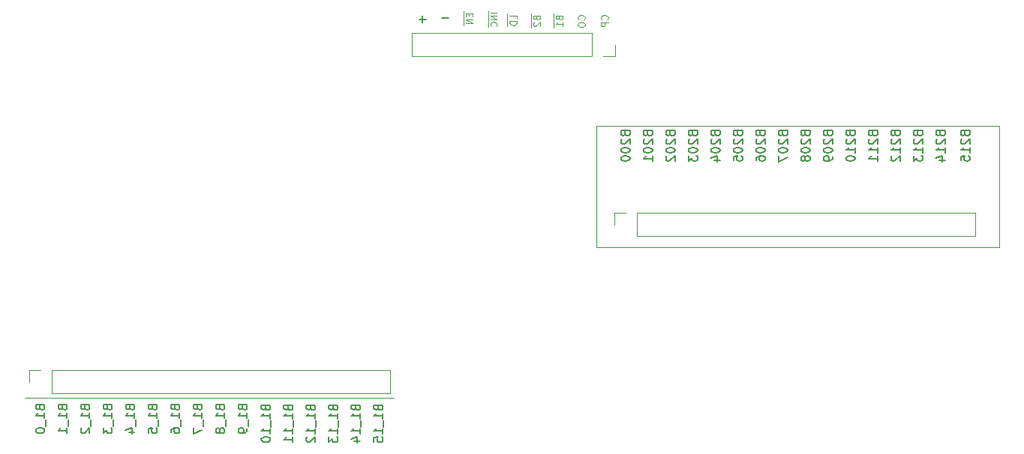
<source format=gbr>
%TF.GenerationSoftware,KiCad,Pcbnew,(5.1.10-1-10_14)*%
%TF.CreationDate,2021-09-30T18:38:52-04:00*%
%TF.ProjectId,address-register,61646472-6573-4732-9d72-656769737465,rev?*%
%TF.SameCoordinates,Original*%
%TF.FileFunction,Legend,Bot*%
%TF.FilePolarity,Positive*%
%FSLAX46Y46*%
G04 Gerber Fmt 4.6, Leading zero omitted, Abs format (unit mm)*
G04 Created by KiCad (PCBNEW (5.1.10-1-10_14)) date 2021-09-30 18:38:52*
%MOMM*%
%LPD*%
G01*
G04 APERTURE LIST*
%ADD10C,0.100000*%
%ADD11C,0.150000*%
%ADD12C,0.120000*%
G04 APERTURE END LIST*
D10*
X197297905Y-171007000D02*
X197297905Y-171807000D01*
X197946762Y-171464142D02*
X197984857Y-171578428D01*
X198022952Y-171616523D01*
X198099143Y-171654619D01*
X198213428Y-171654619D01*
X198289619Y-171616523D01*
X198327714Y-171578428D01*
X198365809Y-171502238D01*
X198365809Y-171197476D01*
X197565809Y-171197476D01*
X197565809Y-171464142D01*
X197603905Y-171540333D01*
X197642000Y-171578428D01*
X197718190Y-171616523D01*
X197794381Y-171616523D01*
X197870571Y-171578428D01*
X197908666Y-171540333D01*
X197946762Y-171464142D01*
X197946762Y-171197476D01*
X197297905Y-171807000D02*
X197297905Y-172568904D01*
X198365809Y-172416523D02*
X198365809Y-171959380D01*
X198365809Y-172187952D02*
X197565809Y-172187952D01*
X197680095Y-172111761D01*
X197756285Y-172035571D01*
X197794381Y-171959380D01*
X192103619Y-171007000D02*
X192103619Y-171654619D01*
X193171523Y-171578428D02*
X193171523Y-171197476D01*
X192371523Y-171197476D01*
X192103619Y-171654619D02*
X192103619Y-172454619D01*
X193171523Y-171845095D02*
X192371523Y-171845095D01*
X192371523Y-172035571D01*
X192409619Y-172149857D01*
X192485809Y-172226047D01*
X192561999Y-172264142D01*
X192714380Y-172302238D01*
X192828666Y-172302238D01*
X192981047Y-172264142D01*
X193057238Y-172226047D01*
X193133428Y-172149857D01*
X193171523Y-172035571D01*
X193171523Y-171845095D01*
D11*
X182561523Y-171277595D02*
X182561523Y-172039500D01*
X182942475Y-171658547D02*
X182180571Y-171658547D01*
D10*
X194757905Y-171007000D02*
X194757905Y-171807000D01*
X195406762Y-171464142D02*
X195444857Y-171578428D01*
X195482952Y-171616523D01*
X195559143Y-171654619D01*
X195673428Y-171654619D01*
X195749619Y-171616523D01*
X195787714Y-171578428D01*
X195825809Y-171502238D01*
X195825809Y-171197476D01*
X195025809Y-171197476D01*
X195025809Y-171464142D01*
X195063905Y-171540333D01*
X195102000Y-171578428D01*
X195178190Y-171616523D01*
X195254381Y-171616523D01*
X195330571Y-171578428D01*
X195368666Y-171540333D01*
X195406762Y-171464142D01*
X195406762Y-171197476D01*
X194757905Y-171807000D02*
X194757905Y-172568904D01*
X195102000Y-171959380D02*
X195063905Y-171997476D01*
X195025809Y-172073666D01*
X195025809Y-172264142D01*
X195063905Y-172340333D01*
X195102000Y-172378428D01*
X195178190Y-172416523D01*
X195254381Y-172416523D01*
X195368666Y-172378428D01*
X195825809Y-171921285D01*
X195825809Y-172416523D01*
X187137905Y-170753000D02*
X187137905Y-171476809D01*
X187786762Y-170943476D02*
X187786762Y-171210142D01*
X188205809Y-171324428D02*
X188205809Y-170943476D01*
X187405809Y-170943476D01*
X187405809Y-171324428D01*
X187137905Y-171476809D02*
X187137905Y-172314904D01*
X188205809Y-171667285D02*
X187405809Y-171667285D01*
X188205809Y-172124428D01*
X187405809Y-172124428D01*
X189954667Y-170753000D02*
X189954667Y-171086333D01*
X190905333Y-170919666D02*
X190205333Y-170919666D01*
X189954667Y-171086333D02*
X189954667Y-171819666D01*
X190905333Y-171253000D02*
X190205333Y-171253000D01*
X190905333Y-171653000D01*
X190205333Y-171653000D01*
X189954667Y-171819666D02*
X189954667Y-172519666D01*
X190838667Y-172386333D02*
X190872000Y-172353000D01*
X190905333Y-172253000D01*
X190905333Y-172186333D01*
X190872000Y-172086333D01*
X190805333Y-172019666D01*
X190738667Y-171986333D01*
X190605333Y-171953000D01*
X190505333Y-171953000D01*
X190372000Y-171986333D01*
X190305333Y-172019666D01*
X190238667Y-172086333D01*
X190205333Y-172186333D01*
X190205333Y-172253000D01*
X190238667Y-172353000D01*
X190272000Y-172386333D01*
X200791524Y-171654619D02*
X200829619Y-171616523D01*
X200867714Y-171502238D01*
X200867714Y-171426047D01*
X200829619Y-171311761D01*
X200753429Y-171235571D01*
X200677238Y-171197476D01*
X200524857Y-171159380D01*
X200410571Y-171159380D01*
X200258190Y-171197476D01*
X200182000Y-171235571D01*
X200105810Y-171311761D01*
X200067714Y-171426047D01*
X200067714Y-171502238D01*
X200105810Y-171616523D01*
X200143905Y-171654619D01*
X200067714Y-172149857D02*
X200067714Y-172302238D01*
X200105810Y-172378428D01*
X200182000Y-172454619D01*
X200334381Y-172492714D01*
X200601048Y-172492714D01*
X200753429Y-172454619D01*
X200829619Y-172378428D01*
X200867714Y-172302238D01*
X200867714Y-172149857D01*
X200829619Y-172073666D01*
X200753429Y-171997476D01*
X200601048Y-171959380D01*
X200334381Y-171959380D01*
X200182000Y-171997476D01*
X200105810Y-172073666D01*
X200067714Y-172149857D01*
X203407714Y-171654619D02*
X203445809Y-171616523D01*
X203483904Y-171502238D01*
X203483904Y-171426047D01*
X203445809Y-171311761D01*
X203369619Y-171235571D01*
X203293428Y-171197476D01*
X203141047Y-171159380D01*
X203026761Y-171159380D01*
X202874380Y-171197476D01*
X202798190Y-171235571D01*
X202722000Y-171311761D01*
X202683904Y-171426047D01*
X202683904Y-171502238D01*
X202722000Y-171616523D01*
X202760095Y-171654619D01*
X203483904Y-171997476D02*
X202683904Y-171997476D01*
X202683904Y-172302238D01*
X202722000Y-172378428D01*
X202760095Y-172416523D01*
X202836285Y-172454619D01*
X202950571Y-172454619D01*
X203026761Y-172416523D01*
X203064857Y-172378428D01*
X203102952Y-172302238D01*
X203102952Y-171997476D01*
D11*
X185456499Y-171521428D02*
X184694595Y-171521428D01*
D12*
X179324000Y-214376000D02*
X137668000Y-214376000D01*
D11*
X177531523Y-215564880D02*
X177579142Y-215707738D01*
X177626761Y-215755357D01*
X177721999Y-215802976D01*
X177864856Y-215802976D01*
X177960094Y-215755357D01*
X178007713Y-215707738D01*
X178055332Y-215612500D01*
X178055332Y-215231547D01*
X177055332Y-215231547D01*
X177055332Y-215564880D01*
X177102952Y-215660119D01*
X177150571Y-215707738D01*
X177245809Y-215755357D01*
X177341047Y-215755357D01*
X177436285Y-215707738D01*
X177483904Y-215660119D01*
X177531523Y-215564880D01*
X177531523Y-215231547D01*
X178055332Y-216755357D02*
X178055332Y-216183928D01*
X178055332Y-216469642D02*
X177055332Y-216469642D01*
X177198190Y-216374404D01*
X177293428Y-216279166D01*
X177341047Y-216183928D01*
X178150571Y-216945833D02*
X178150571Y-217707738D01*
X178055332Y-218469642D02*
X178055332Y-217898214D01*
X178055332Y-218183928D02*
X177055332Y-218183928D01*
X177198190Y-218088690D01*
X177293428Y-217993452D01*
X177341047Y-217898214D01*
X177055332Y-219374404D02*
X177055332Y-218898214D01*
X177531523Y-218850595D01*
X177483904Y-218898214D01*
X177436285Y-218993452D01*
X177436285Y-219231547D01*
X177483904Y-219326785D01*
X177531523Y-219374404D01*
X177626761Y-219422023D01*
X177864856Y-219422023D01*
X177960094Y-219374404D01*
X178007713Y-219326785D01*
X178055332Y-219231547D01*
X178055332Y-218993452D01*
X178007713Y-218898214D01*
X177960094Y-218850595D01*
X144447904Y-215501261D02*
X144495523Y-215644119D01*
X144543142Y-215691738D01*
X144638380Y-215739357D01*
X144781237Y-215739357D01*
X144876475Y-215691738D01*
X144924094Y-215644119D01*
X144971713Y-215548880D01*
X144971713Y-215167928D01*
X143971713Y-215167928D01*
X143971713Y-215501261D01*
X144019333Y-215596500D01*
X144066952Y-215644119D01*
X144162190Y-215691738D01*
X144257428Y-215691738D01*
X144352666Y-215644119D01*
X144400285Y-215596500D01*
X144447904Y-215501261D01*
X144447904Y-215167928D01*
X144971713Y-216691738D02*
X144971713Y-216120309D01*
X144971713Y-216406023D02*
X143971713Y-216406023D01*
X144114571Y-216310785D01*
X144209809Y-216215547D01*
X144257428Y-216120309D01*
X145066952Y-216882214D02*
X145066952Y-217644119D01*
X144066952Y-217834595D02*
X144019333Y-217882214D01*
X143971713Y-217977452D01*
X143971713Y-218215547D01*
X144019333Y-218310785D01*
X144066952Y-218358404D01*
X144162190Y-218406023D01*
X144257428Y-218406023D01*
X144400285Y-218358404D01*
X144971713Y-217786976D01*
X144971713Y-218406023D01*
X174991523Y-215564880D02*
X175039142Y-215707738D01*
X175086761Y-215755357D01*
X175181999Y-215802976D01*
X175324856Y-215802976D01*
X175420094Y-215755357D01*
X175467713Y-215707738D01*
X175515332Y-215612500D01*
X175515332Y-215231547D01*
X174515332Y-215231547D01*
X174515332Y-215564880D01*
X174562952Y-215660119D01*
X174610571Y-215707738D01*
X174705809Y-215755357D01*
X174801047Y-215755357D01*
X174896285Y-215707738D01*
X174943904Y-215660119D01*
X174991523Y-215564880D01*
X174991523Y-215231547D01*
X175515332Y-216755357D02*
X175515332Y-216183928D01*
X175515332Y-216469642D02*
X174515332Y-216469642D01*
X174658190Y-216374404D01*
X174753428Y-216279166D01*
X174801047Y-216183928D01*
X175610571Y-216945833D02*
X175610571Y-217707738D01*
X175515332Y-218469642D02*
X175515332Y-217898214D01*
X175515332Y-218183928D02*
X174515332Y-218183928D01*
X174658190Y-218088690D01*
X174753428Y-217993452D01*
X174801047Y-217898214D01*
X174848666Y-219326785D02*
X175515332Y-219326785D01*
X174467713Y-219088690D02*
X175181999Y-218850595D01*
X175181999Y-219469642D01*
X167371523Y-215564880D02*
X167419142Y-215707738D01*
X167466761Y-215755357D01*
X167561999Y-215802976D01*
X167704856Y-215802976D01*
X167800094Y-215755357D01*
X167847713Y-215707738D01*
X167895332Y-215612500D01*
X167895332Y-215231547D01*
X166895332Y-215231547D01*
X166895332Y-215564880D01*
X166942952Y-215660119D01*
X166990571Y-215707738D01*
X167085809Y-215755357D01*
X167181047Y-215755357D01*
X167276285Y-215707738D01*
X167323904Y-215660119D01*
X167371523Y-215564880D01*
X167371523Y-215231547D01*
X167895332Y-216755357D02*
X167895332Y-216183928D01*
X167895332Y-216469642D02*
X166895332Y-216469642D01*
X167038190Y-216374404D01*
X167133428Y-216279166D01*
X167181047Y-216183928D01*
X167990571Y-216945833D02*
X167990571Y-217707738D01*
X167895332Y-218469642D02*
X167895332Y-217898214D01*
X167895332Y-218183928D02*
X166895332Y-218183928D01*
X167038190Y-218088690D01*
X167133428Y-217993452D01*
X167181047Y-217898214D01*
X167895332Y-219422023D02*
X167895332Y-218850595D01*
X167895332Y-219136309D02*
X166895332Y-219136309D01*
X167038190Y-219041071D01*
X167133428Y-218945833D01*
X167181047Y-218850595D01*
X139367904Y-215501261D02*
X139415523Y-215644119D01*
X139463142Y-215691738D01*
X139558380Y-215739357D01*
X139701237Y-215739357D01*
X139796475Y-215691738D01*
X139844094Y-215644119D01*
X139891713Y-215548880D01*
X139891713Y-215167928D01*
X138891713Y-215167928D01*
X138891713Y-215501261D01*
X138939333Y-215596500D01*
X138986952Y-215644119D01*
X139082190Y-215691738D01*
X139177428Y-215691738D01*
X139272666Y-215644119D01*
X139320285Y-215596500D01*
X139367904Y-215501261D01*
X139367904Y-215167928D01*
X139891713Y-216691738D02*
X139891713Y-216120309D01*
X139891713Y-216406023D02*
X138891713Y-216406023D01*
X139034571Y-216310785D01*
X139129809Y-216215547D01*
X139177428Y-216120309D01*
X139986952Y-216882214D02*
X139986952Y-217644119D01*
X138891713Y-218072690D02*
X138891713Y-218167928D01*
X138939333Y-218263166D01*
X138986952Y-218310785D01*
X139082190Y-218358404D01*
X139272666Y-218406023D01*
X139510761Y-218406023D01*
X139701237Y-218358404D01*
X139796475Y-218310785D01*
X139844094Y-218263166D01*
X139891713Y-218167928D01*
X139891713Y-218072690D01*
X139844094Y-217977452D01*
X139796475Y-217929833D01*
X139701237Y-217882214D01*
X139510761Y-217834595D01*
X139272666Y-217834595D01*
X139082190Y-217882214D01*
X138986952Y-217929833D01*
X138939333Y-217977452D01*
X138891713Y-218072690D01*
X162227904Y-215501261D02*
X162275523Y-215644119D01*
X162323142Y-215691738D01*
X162418380Y-215739357D01*
X162561237Y-215739357D01*
X162656475Y-215691738D01*
X162704094Y-215644119D01*
X162751713Y-215548880D01*
X162751713Y-215167928D01*
X161751713Y-215167928D01*
X161751713Y-215501261D01*
X161799333Y-215596500D01*
X161846952Y-215644119D01*
X161942190Y-215691738D01*
X162037428Y-215691738D01*
X162132666Y-215644119D01*
X162180285Y-215596500D01*
X162227904Y-215501261D01*
X162227904Y-215167928D01*
X162751713Y-216691738D02*
X162751713Y-216120309D01*
X162751713Y-216406023D02*
X161751713Y-216406023D01*
X161894571Y-216310785D01*
X161989809Y-216215547D01*
X162037428Y-216120309D01*
X162846952Y-216882214D02*
X162846952Y-217644119D01*
X162751713Y-217929833D02*
X162751713Y-218120309D01*
X162704094Y-218215547D01*
X162656475Y-218263166D01*
X162513618Y-218358404D01*
X162323142Y-218406023D01*
X161942190Y-218406023D01*
X161846952Y-218358404D01*
X161799333Y-218310785D01*
X161751713Y-218215547D01*
X161751713Y-218025071D01*
X161799333Y-217929833D01*
X161846952Y-217882214D01*
X161942190Y-217834595D01*
X162180285Y-217834595D01*
X162275523Y-217882214D01*
X162323142Y-217929833D01*
X162370761Y-218025071D01*
X162370761Y-218215547D01*
X162323142Y-218310785D01*
X162275523Y-218358404D01*
X162180285Y-218406023D01*
X152067904Y-215501261D02*
X152115523Y-215644119D01*
X152163142Y-215691738D01*
X152258380Y-215739357D01*
X152401237Y-215739357D01*
X152496475Y-215691738D01*
X152544094Y-215644119D01*
X152591713Y-215548880D01*
X152591713Y-215167928D01*
X151591713Y-215167928D01*
X151591713Y-215501261D01*
X151639333Y-215596500D01*
X151686952Y-215644119D01*
X151782190Y-215691738D01*
X151877428Y-215691738D01*
X151972666Y-215644119D01*
X152020285Y-215596500D01*
X152067904Y-215501261D01*
X152067904Y-215167928D01*
X152591713Y-216691738D02*
X152591713Y-216120309D01*
X152591713Y-216406023D02*
X151591713Y-216406023D01*
X151734571Y-216310785D01*
X151829809Y-216215547D01*
X151877428Y-216120309D01*
X152686952Y-216882214D02*
X152686952Y-217644119D01*
X151591713Y-218358404D02*
X151591713Y-217882214D01*
X152067904Y-217834595D01*
X152020285Y-217882214D01*
X151972666Y-217977452D01*
X151972666Y-218215547D01*
X152020285Y-218310785D01*
X152067904Y-218358404D01*
X152163142Y-218406023D01*
X152401237Y-218406023D01*
X152496475Y-218358404D01*
X152544094Y-218310785D01*
X152591713Y-218215547D01*
X152591713Y-217977452D01*
X152544094Y-217882214D01*
X152496475Y-217834595D01*
X149527904Y-215501261D02*
X149575523Y-215644119D01*
X149623142Y-215691738D01*
X149718380Y-215739357D01*
X149861237Y-215739357D01*
X149956475Y-215691738D01*
X150004094Y-215644119D01*
X150051713Y-215548880D01*
X150051713Y-215167928D01*
X149051713Y-215167928D01*
X149051713Y-215501261D01*
X149099333Y-215596500D01*
X149146952Y-215644119D01*
X149242190Y-215691738D01*
X149337428Y-215691738D01*
X149432666Y-215644119D01*
X149480285Y-215596500D01*
X149527904Y-215501261D01*
X149527904Y-215167928D01*
X150051713Y-216691738D02*
X150051713Y-216120309D01*
X150051713Y-216406023D02*
X149051713Y-216406023D01*
X149194571Y-216310785D01*
X149289809Y-216215547D01*
X149337428Y-216120309D01*
X150146952Y-216882214D02*
X150146952Y-217644119D01*
X149385047Y-218310785D02*
X150051713Y-218310785D01*
X149004094Y-218072690D02*
X149718380Y-217834595D01*
X149718380Y-218453642D01*
X172451523Y-215564880D02*
X172499142Y-215707738D01*
X172546761Y-215755357D01*
X172641999Y-215802976D01*
X172784856Y-215802976D01*
X172880094Y-215755357D01*
X172927713Y-215707738D01*
X172975332Y-215612500D01*
X172975332Y-215231547D01*
X171975332Y-215231547D01*
X171975332Y-215564880D01*
X172022952Y-215660119D01*
X172070571Y-215707738D01*
X172165809Y-215755357D01*
X172261047Y-215755357D01*
X172356285Y-215707738D01*
X172403904Y-215660119D01*
X172451523Y-215564880D01*
X172451523Y-215231547D01*
X172975332Y-216755357D02*
X172975332Y-216183928D01*
X172975332Y-216469642D02*
X171975332Y-216469642D01*
X172118190Y-216374404D01*
X172213428Y-216279166D01*
X172261047Y-216183928D01*
X173070571Y-216945833D02*
X173070571Y-217707738D01*
X172975332Y-218469642D02*
X172975332Y-217898214D01*
X172975332Y-218183928D02*
X171975332Y-218183928D01*
X172118190Y-218088690D01*
X172213428Y-217993452D01*
X172261047Y-217898214D01*
X171975332Y-218802976D02*
X171975332Y-219422023D01*
X172356285Y-219088690D01*
X172356285Y-219231547D01*
X172403904Y-219326785D01*
X172451523Y-219374404D01*
X172546761Y-219422023D01*
X172784856Y-219422023D01*
X172880094Y-219374404D01*
X172927713Y-219326785D01*
X172975332Y-219231547D01*
X172975332Y-218945833D01*
X172927713Y-218850595D01*
X172880094Y-218802976D01*
X164831523Y-215564880D02*
X164879142Y-215707738D01*
X164926761Y-215755357D01*
X165021999Y-215802976D01*
X165164856Y-215802976D01*
X165260094Y-215755357D01*
X165307713Y-215707738D01*
X165355332Y-215612500D01*
X165355332Y-215231547D01*
X164355332Y-215231547D01*
X164355332Y-215564880D01*
X164402952Y-215660119D01*
X164450571Y-215707738D01*
X164545809Y-215755357D01*
X164641047Y-215755357D01*
X164736285Y-215707738D01*
X164783904Y-215660119D01*
X164831523Y-215564880D01*
X164831523Y-215231547D01*
X165355332Y-216755357D02*
X165355332Y-216183928D01*
X165355332Y-216469642D02*
X164355332Y-216469642D01*
X164498190Y-216374404D01*
X164593428Y-216279166D01*
X164641047Y-216183928D01*
X165450571Y-216945833D02*
X165450571Y-217707738D01*
X165355332Y-218469642D02*
X165355332Y-217898214D01*
X165355332Y-218183928D02*
X164355332Y-218183928D01*
X164498190Y-218088690D01*
X164593428Y-217993452D01*
X164641047Y-217898214D01*
X164355332Y-219088690D02*
X164355332Y-219183928D01*
X164402952Y-219279166D01*
X164450571Y-219326785D01*
X164545809Y-219374404D01*
X164736285Y-219422023D01*
X164974380Y-219422023D01*
X165164856Y-219374404D01*
X165260094Y-219326785D01*
X165307713Y-219279166D01*
X165355332Y-219183928D01*
X165355332Y-219088690D01*
X165307713Y-218993452D01*
X165260094Y-218945833D01*
X165164856Y-218898214D01*
X164974380Y-218850595D01*
X164736285Y-218850595D01*
X164545809Y-218898214D01*
X164450571Y-218945833D01*
X164402952Y-218993452D01*
X164355332Y-219088690D01*
X146987904Y-215501261D02*
X147035523Y-215644119D01*
X147083142Y-215691738D01*
X147178380Y-215739357D01*
X147321237Y-215739357D01*
X147416475Y-215691738D01*
X147464094Y-215644119D01*
X147511713Y-215548880D01*
X147511713Y-215167928D01*
X146511713Y-215167928D01*
X146511713Y-215501261D01*
X146559333Y-215596500D01*
X146606952Y-215644119D01*
X146702190Y-215691738D01*
X146797428Y-215691738D01*
X146892666Y-215644119D01*
X146940285Y-215596500D01*
X146987904Y-215501261D01*
X146987904Y-215167928D01*
X147511713Y-216691738D02*
X147511713Y-216120309D01*
X147511713Y-216406023D02*
X146511713Y-216406023D01*
X146654571Y-216310785D01*
X146749809Y-216215547D01*
X146797428Y-216120309D01*
X147606952Y-216882214D02*
X147606952Y-217644119D01*
X146511713Y-217786976D02*
X146511713Y-218406023D01*
X146892666Y-218072690D01*
X146892666Y-218215547D01*
X146940285Y-218310785D01*
X146987904Y-218358404D01*
X147083142Y-218406023D01*
X147321237Y-218406023D01*
X147416475Y-218358404D01*
X147464094Y-218310785D01*
X147511713Y-218215547D01*
X147511713Y-217929833D01*
X147464094Y-217834595D01*
X147416475Y-217786976D01*
X169911523Y-215564880D02*
X169959142Y-215707738D01*
X170006761Y-215755357D01*
X170101999Y-215802976D01*
X170244856Y-215802976D01*
X170340094Y-215755357D01*
X170387713Y-215707738D01*
X170435332Y-215612500D01*
X170435332Y-215231547D01*
X169435332Y-215231547D01*
X169435332Y-215564880D01*
X169482952Y-215660119D01*
X169530571Y-215707738D01*
X169625809Y-215755357D01*
X169721047Y-215755357D01*
X169816285Y-215707738D01*
X169863904Y-215660119D01*
X169911523Y-215564880D01*
X169911523Y-215231547D01*
X170435332Y-216755357D02*
X170435332Y-216183928D01*
X170435332Y-216469642D02*
X169435332Y-216469642D01*
X169578190Y-216374404D01*
X169673428Y-216279166D01*
X169721047Y-216183928D01*
X170530571Y-216945833D02*
X170530571Y-217707738D01*
X170435332Y-218469642D02*
X170435332Y-217898214D01*
X170435332Y-218183928D02*
X169435332Y-218183928D01*
X169578190Y-218088690D01*
X169673428Y-217993452D01*
X169721047Y-217898214D01*
X169530571Y-218850595D02*
X169482952Y-218898214D01*
X169435332Y-218993452D01*
X169435332Y-219231547D01*
X169482952Y-219326785D01*
X169530571Y-219374404D01*
X169625809Y-219422023D01*
X169721047Y-219422023D01*
X169863904Y-219374404D01*
X170435332Y-218802976D01*
X170435332Y-219422023D01*
X157147904Y-215501261D02*
X157195523Y-215644119D01*
X157243142Y-215691738D01*
X157338380Y-215739357D01*
X157481237Y-215739357D01*
X157576475Y-215691738D01*
X157624094Y-215644119D01*
X157671713Y-215548880D01*
X157671713Y-215167928D01*
X156671713Y-215167928D01*
X156671713Y-215501261D01*
X156719333Y-215596500D01*
X156766952Y-215644119D01*
X156862190Y-215691738D01*
X156957428Y-215691738D01*
X157052666Y-215644119D01*
X157100285Y-215596500D01*
X157147904Y-215501261D01*
X157147904Y-215167928D01*
X157671713Y-216691738D02*
X157671713Y-216120309D01*
X157671713Y-216406023D02*
X156671713Y-216406023D01*
X156814571Y-216310785D01*
X156909809Y-216215547D01*
X156957428Y-216120309D01*
X157766952Y-216882214D02*
X157766952Y-217644119D01*
X156671713Y-217786976D02*
X156671713Y-218453642D01*
X157671713Y-218025071D01*
X159687904Y-215501261D02*
X159735523Y-215644119D01*
X159783142Y-215691738D01*
X159878380Y-215739357D01*
X160021237Y-215739357D01*
X160116475Y-215691738D01*
X160164094Y-215644119D01*
X160211713Y-215548880D01*
X160211713Y-215167928D01*
X159211713Y-215167928D01*
X159211713Y-215501261D01*
X159259333Y-215596500D01*
X159306952Y-215644119D01*
X159402190Y-215691738D01*
X159497428Y-215691738D01*
X159592666Y-215644119D01*
X159640285Y-215596500D01*
X159687904Y-215501261D01*
X159687904Y-215167928D01*
X160211713Y-216691738D02*
X160211713Y-216120309D01*
X160211713Y-216406023D02*
X159211713Y-216406023D01*
X159354571Y-216310785D01*
X159449809Y-216215547D01*
X159497428Y-216120309D01*
X160306952Y-216882214D02*
X160306952Y-217644119D01*
X159640285Y-218025071D02*
X159592666Y-217929833D01*
X159545047Y-217882214D01*
X159449809Y-217834595D01*
X159402190Y-217834595D01*
X159306952Y-217882214D01*
X159259333Y-217929833D01*
X159211713Y-218025071D01*
X159211713Y-218215547D01*
X159259333Y-218310785D01*
X159306952Y-218358404D01*
X159402190Y-218406023D01*
X159449809Y-218406023D01*
X159545047Y-218358404D01*
X159592666Y-218310785D01*
X159640285Y-218215547D01*
X159640285Y-218025071D01*
X159687904Y-217929833D01*
X159735523Y-217882214D01*
X159830761Y-217834595D01*
X160021237Y-217834595D01*
X160116475Y-217882214D01*
X160164094Y-217929833D01*
X160211713Y-218025071D01*
X160211713Y-218215547D01*
X160164094Y-218310785D01*
X160116475Y-218358404D01*
X160021237Y-218406023D01*
X159830761Y-218406023D01*
X159735523Y-218358404D01*
X159687904Y-218310785D01*
X159640285Y-218215547D01*
X141907904Y-215501261D02*
X141955523Y-215644119D01*
X142003142Y-215691738D01*
X142098380Y-215739357D01*
X142241237Y-215739357D01*
X142336475Y-215691738D01*
X142384094Y-215644119D01*
X142431713Y-215548880D01*
X142431713Y-215167928D01*
X141431713Y-215167928D01*
X141431713Y-215501261D01*
X141479333Y-215596500D01*
X141526952Y-215644119D01*
X141622190Y-215691738D01*
X141717428Y-215691738D01*
X141812666Y-215644119D01*
X141860285Y-215596500D01*
X141907904Y-215501261D01*
X141907904Y-215167928D01*
X142431713Y-216691738D02*
X142431713Y-216120309D01*
X142431713Y-216406023D02*
X141431713Y-216406023D01*
X141574571Y-216310785D01*
X141669809Y-216215547D01*
X141717428Y-216120309D01*
X142526952Y-216882214D02*
X142526952Y-217644119D01*
X142431713Y-218406023D02*
X142431713Y-217834595D01*
X142431713Y-218120309D02*
X141431713Y-218120309D01*
X141574571Y-218025071D01*
X141669809Y-217929833D01*
X141717428Y-217834595D01*
X154607904Y-215501261D02*
X154655523Y-215644119D01*
X154703142Y-215691738D01*
X154798380Y-215739357D01*
X154941237Y-215739357D01*
X155036475Y-215691738D01*
X155084094Y-215644119D01*
X155131713Y-215548880D01*
X155131713Y-215167928D01*
X154131713Y-215167928D01*
X154131713Y-215501261D01*
X154179333Y-215596500D01*
X154226952Y-215644119D01*
X154322190Y-215691738D01*
X154417428Y-215691738D01*
X154512666Y-215644119D01*
X154560285Y-215596500D01*
X154607904Y-215501261D01*
X154607904Y-215167928D01*
X155131713Y-216691738D02*
X155131713Y-216120309D01*
X155131713Y-216406023D02*
X154131713Y-216406023D01*
X154274571Y-216310785D01*
X154369809Y-216215547D01*
X154417428Y-216120309D01*
X155226952Y-216882214D02*
X155226952Y-217644119D01*
X154131713Y-218310785D02*
X154131713Y-218120309D01*
X154179333Y-218025071D01*
X154226952Y-217977452D01*
X154369809Y-217882214D01*
X154560285Y-217834595D01*
X154941237Y-217834595D01*
X155036475Y-217882214D01*
X155084094Y-217929833D01*
X155131713Y-218025071D01*
X155131713Y-218215547D01*
X155084094Y-218310785D01*
X155036475Y-218358404D01*
X154941237Y-218406023D01*
X154703142Y-218406023D01*
X154607904Y-218358404D01*
X154560285Y-218310785D01*
X154512666Y-218215547D01*
X154512666Y-218025071D01*
X154560285Y-217929833D01*
X154607904Y-217882214D01*
X154703142Y-217834595D01*
D12*
X202184000Y-197358000D02*
X247650000Y-197358000D01*
X202184000Y-183642000D02*
X202184000Y-197358000D01*
X247650000Y-183642000D02*
X202184000Y-183642000D01*
X247650000Y-197358000D02*
X247650000Y-183642000D01*
D11*
X243768571Y-184564928D02*
X243816190Y-184707785D01*
X243863809Y-184755404D01*
X243959047Y-184803023D01*
X244101904Y-184803023D01*
X244197142Y-184755404D01*
X244244761Y-184707785D01*
X244292380Y-184612547D01*
X244292380Y-184231595D01*
X243292380Y-184231595D01*
X243292380Y-184564928D01*
X243340000Y-184660166D01*
X243387619Y-184707785D01*
X243482857Y-184755404D01*
X243578095Y-184755404D01*
X243673333Y-184707785D01*
X243720952Y-184660166D01*
X243768571Y-184564928D01*
X243768571Y-184231595D01*
X243387619Y-185183976D02*
X243340000Y-185231595D01*
X243292380Y-185326833D01*
X243292380Y-185564928D01*
X243340000Y-185660166D01*
X243387619Y-185707785D01*
X243482857Y-185755404D01*
X243578095Y-185755404D01*
X243720952Y-185707785D01*
X244292380Y-185136357D01*
X244292380Y-185755404D01*
X244292380Y-186707785D02*
X244292380Y-186136357D01*
X244292380Y-186422071D02*
X243292380Y-186422071D01*
X243435238Y-186326833D01*
X243530476Y-186231595D01*
X243578095Y-186136357D01*
X243292380Y-187612547D02*
X243292380Y-187136357D01*
X243768571Y-187088738D01*
X243720952Y-187136357D01*
X243673333Y-187231595D01*
X243673333Y-187469690D01*
X243720952Y-187564928D01*
X243768571Y-187612547D01*
X243863809Y-187660166D01*
X244101904Y-187660166D01*
X244197142Y-187612547D01*
X244244761Y-187564928D01*
X244292380Y-187469690D01*
X244292380Y-187231595D01*
X244244761Y-187136357D01*
X244197142Y-187088738D01*
X240974571Y-184564928D02*
X241022190Y-184707785D01*
X241069809Y-184755404D01*
X241165047Y-184803023D01*
X241307904Y-184803023D01*
X241403142Y-184755404D01*
X241450761Y-184707785D01*
X241498380Y-184612547D01*
X241498380Y-184231595D01*
X240498380Y-184231595D01*
X240498380Y-184564928D01*
X240546000Y-184660166D01*
X240593619Y-184707785D01*
X240688857Y-184755404D01*
X240784095Y-184755404D01*
X240879333Y-184707785D01*
X240926952Y-184660166D01*
X240974571Y-184564928D01*
X240974571Y-184231595D01*
X240593619Y-185183976D02*
X240546000Y-185231595D01*
X240498380Y-185326833D01*
X240498380Y-185564928D01*
X240546000Y-185660166D01*
X240593619Y-185707785D01*
X240688857Y-185755404D01*
X240784095Y-185755404D01*
X240926952Y-185707785D01*
X241498380Y-185136357D01*
X241498380Y-185755404D01*
X241498380Y-186707785D02*
X241498380Y-186136357D01*
X241498380Y-186422071D02*
X240498380Y-186422071D01*
X240641238Y-186326833D01*
X240736476Y-186231595D01*
X240784095Y-186136357D01*
X240831714Y-187564928D02*
X241498380Y-187564928D01*
X240450761Y-187326833D02*
X241165047Y-187088738D01*
X241165047Y-187707785D01*
X238434571Y-184564928D02*
X238482190Y-184707785D01*
X238529809Y-184755404D01*
X238625047Y-184803023D01*
X238767904Y-184803023D01*
X238863142Y-184755404D01*
X238910761Y-184707785D01*
X238958380Y-184612547D01*
X238958380Y-184231595D01*
X237958380Y-184231595D01*
X237958380Y-184564928D01*
X238006000Y-184660166D01*
X238053619Y-184707785D01*
X238148857Y-184755404D01*
X238244095Y-184755404D01*
X238339333Y-184707785D01*
X238386952Y-184660166D01*
X238434571Y-184564928D01*
X238434571Y-184231595D01*
X238053619Y-185183976D02*
X238006000Y-185231595D01*
X237958380Y-185326833D01*
X237958380Y-185564928D01*
X238006000Y-185660166D01*
X238053619Y-185707785D01*
X238148857Y-185755404D01*
X238244095Y-185755404D01*
X238386952Y-185707785D01*
X238958380Y-185136357D01*
X238958380Y-185755404D01*
X238958380Y-186707785D02*
X238958380Y-186136357D01*
X238958380Y-186422071D02*
X237958380Y-186422071D01*
X238101238Y-186326833D01*
X238196476Y-186231595D01*
X238244095Y-186136357D01*
X237958380Y-187041119D02*
X237958380Y-187660166D01*
X238339333Y-187326833D01*
X238339333Y-187469690D01*
X238386952Y-187564928D01*
X238434571Y-187612547D01*
X238529809Y-187660166D01*
X238767904Y-187660166D01*
X238863142Y-187612547D01*
X238910761Y-187564928D01*
X238958380Y-187469690D01*
X238958380Y-187183976D01*
X238910761Y-187088738D01*
X238863142Y-187041119D01*
X235894571Y-184564928D02*
X235942190Y-184707785D01*
X235989809Y-184755404D01*
X236085047Y-184803023D01*
X236227904Y-184803023D01*
X236323142Y-184755404D01*
X236370761Y-184707785D01*
X236418380Y-184612547D01*
X236418380Y-184231595D01*
X235418380Y-184231595D01*
X235418380Y-184564928D01*
X235466000Y-184660166D01*
X235513619Y-184707785D01*
X235608857Y-184755404D01*
X235704095Y-184755404D01*
X235799333Y-184707785D01*
X235846952Y-184660166D01*
X235894571Y-184564928D01*
X235894571Y-184231595D01*
X235513619Y-185183976D02*
X235466000Y-185231595D01*
X235418380Y-185326833D01*
X235418380Y-185564928D01*
X235466000Y-185660166D01*
X235513619Y-185707785D01*
X235608857Y-185755404D01*
X235704095Y-185755404D01*
X235846952Y-185707785D01*
X236418380Y-185136357D01*
X236418380Y-185755404D01*
X236418380Y-186707785D02*
X236418380Y-186136357D01*
X236418380Y-186422071D02*
X235418380Y-186422071D01*
X235561238Y-186326833D01*
X235656476Y-186231595D01*
X235704095Y-186136357D01*
X235513619Y-187088738D02*
X235466000Y-187136357D01*
X235418380Y-187231595D01*
X235418380Y-187469690D01*
X235466000Y-187564928D01*
X235513619Y-187612547D01*
X235608857Y-187660166D01*
X235704095Y-187660166D01*
X235846952Y-187612547D01*
X236418380Y-187041119D01*
X236418380Y-187660166D01*
X233354571Y-184564928D02*
X233402190Y-184707785D01*
X233449809Y-184755404D01*
X233545047Y-184803023D01*
X233687904Y-184803023D01*
X233783142Y-184755404D01*
X233830761Y-184707785D01*
X233878380Y-184612547D01*
X233878380Y-184231595D01*
X232878380Y-184231595D01*
X232878380Y-184564928D01*
X232926000Y-184660166D01*
X232973619Y-184707785D01*
X233068857Y-184755404D01*
X233164095Y-184755404D01*
X233259333Y-184707785D01*
X233306952Y-184660166D01*
X233354571Y-184564928D01*
X233354571Y-184231595D01*
X232973619Y-185183976D02*
X232926000Y-185231595D01*
X232878380Y-185326833D01*
X232878380Y-185564928D01*
X232926000Y-185660166D01*
X232973619Y-185707785D01*
X233068857Y-185755404D01*
X233164095Y-185755404D01*
X233306952Y-185707785D01*
X233878380Y-185136357D01*
X233878380Y-185755404D01*
X233878380Y-186707785D02*
X233878380Y-186136357D01*
X233878380Y-186422071D02*
X232878380Y-186422071D01*
X233021238Y-186326833D01*
X233116476Y-186231595D01*
X233164095Y-186136357D01*
X233878380Y-187660166D02*
X233878380Y-187088738D01*
X233878380Y-187374452D02*
X232878380Y-187374452D01*
X233021238Y-187279214D01*
X233116476Y-187183976D01*
X233164095Y-187088738D01*
X230814571Y-184564928D02*
X230862190Y-184707785D01*
X230909809Y-184755404D01*
X231005047Y-184803023D01*
X231147904Y-184803023D01*
X231243142Y-184755404D01*
X231290761Y-184707785D01*
X231338380Y-184612547D01*
X231338380Y-184231595D01*
X230338380Y-184231595D01*
X230338380Y-184564928D01*
X230386000Y-184660166D01*
X230433619Y-184707785D01*
X230528857Y-184755404D01*
X230624095Y-184755404D01*
X230719333Y-184707785D01*
X230766952Y-184660166D01*
X230814571Y-184564928D01*
X230814571Y-184231595D01*
X230433619Y-185183976D02*
X230386000Y-185231595D01*
X230338380Y-185326833D01*
X230338380Y-185564928D01*
X230386000Y-185660166D01*
X230433619Y-185707785D01*
X230528857Y-185755404D01*
X230624095Y-185755404D01*
X230766952Y-185707785D01*
X231338380Y-185136357D01*
X231338380Y-185755404D01*
X231338380Y-186707785D02*
X231338380Y-186136357D01*
X231338380Y-186422071D02*
X230338380Y-186422071D01*
X230481238Y-186326833D01*
X230576476Y-186231595D01*
X230624095Y-186136357D01*
X230338380Y-187326833D02*
X230338380Y-187422071D01*
X230386000Y-187517309D01*
X230433619Y-187564928D01*
X230528857Y-187612547D01*
X230719333Y-187660166D01*
X230957428Y-187660166D01*
X231147904Y-187612547D01*
X231243142Y-187564928D01*
X231290761Y-187517309D01*
X231338380Y-187422071D01*
X231338380Y-187326833D01*
X231290761Y-187231595D01*
X231243142Y-187183976D01*
X231147904Y-187136357D01*
X230957428Y-187088738D01*
X230719333Y-187088738D01*
X230528857Y-187136357D01*
X230433619Y-187183976D01*
X230386000Y-187231595D01*
X230338380Y-187326833D01*
X228274571Y-184564928D02*
X228322190Y-184707785D01*
X228369809Y-184755404D01*
X228465047Y-184803023D01*
X228607904Y-184803023D01*
X228703142Y-184755404D01*
X228750761Y-184707785D01*
X228798380Y-184612547D01*
X228798380Y-184231595D01*
X227798380Y-184231595D01*
X227798380Y-184564928D01*
X227846000Y-184660166D01*
X227893619Y-184707785D01*
X227988857Y-184755404D01*
X228084095Y-184755404D01*
X228179333Y-184707785D01*
X228226952Y-184660166D01*
X228274571Y-184564928D01*
X228274571Y-184231595D01*
X227893619Y-185183976D02*
X227846000Y-185231595D01*
X227798380Y-185326833D01*
X227798380Y-185564928D01*
X227846000Y-185660166D01*
X227893619Y-185707785D01*
X227988857Y-185755404D01*
X228084095Y-185755404D01*
X228226952Y-185707785D01*
X228798380Y-185136357D01*
X228798380Y-185755404D01*
X227798380Y-186374452D02*
X227798380Y-186469690D01*
X227846000Y-186564928D01*
X227893619Y-186612547D01*
X227988857Y-186660166D01*
X228179333Y-186707785D01*
X228417428Y-186707785D01*
X228607904Y-186660166D01*
X228703142Y-186612547D01*
X228750761Y-186564928D01*
X228798380Y-186469690D01*
X228798380Y-186374452D01*
X228750761Y-186279214D01*
X228703142Y-186231595D01*
X228607904Y-186183976D01*
X228417428Y-186136357D01*
X228179333Y-186136357D01*
X227988857Y-186183976D01*
X227893619Y-186231595D01*
X227846000Y-186279214D01*
X227798380Y-186374452D01*
X228798380Y-187183976D02*
X228798380Y-187374452D01*
X228750761Y-187469690D01*
X228703142Y-187517309D01*
X228560285Y-187612547D01*
X228369809Y-187660166D01*
X227988857Y-187660166D01*
X227893619Y-187612547D01*
X227846000Y-187564928D01*
X227798380Y-187469690D01*
X227798380Y-187279214D01*
X227846000Y-187183976D01*
X227893619Y-187136357D01*
X227988857Y-187088738D01*
X228226952Y-187088738D01*
X228322190Y-187136357D01*
X228369809Y-187183976D01*
X228417428Y-187279214D01*
X228417428Y-187469690D01*
X228369809Y-187564928D01*
X228322190Y-187612547D01*
X228226952Y-187660166D01*
X225734571Y-184564928D02*
X225782190Y-184707785D01*
X225829809Y-184755404D01*
X225925047Y-184803023D01*
X226067904Y-184803023D01*
X226163142Y-184755404D01*
X226210761Y-184707785D01*
X226258380Y-184612547D01*
X226258380Y-184231595D01*
X225258380Y-184231595D01*
X225258380Y-184564928D01*
X225306000Y-184660166D01*
X225353619Y-184707785D01*
X225448857Y-184755404D01*
X225544095Y-184755404D01*
X225639333Y-184707785D01*
X225686952Y-184660166D01*
X225734571Y-184564928D01*
X225734571Y-184231595D01*
X225353619Y-185183976D02*
X225306000Y-185231595D01*
X225258380Y-185326833D01*
X225258380Y-185564928D01*
X225306000Y-185660166D01*
X225353619Y-185707785D01*
X225448857Y-185755404D01*
X225544095Y-185755404D01*
X225686952Y-185707785D01*
X226258380Y-185136357D01*
X226258380Y-185755404D01*
X225258380Y-186374452D02*
X225258380Y-186469690D01*
X225306000Y-186564928D01*
X225353619Y-186612547D01*
X225448857Y-186660166D01*
X225639333Y-186707785D01*
X225877428Y-186707785D01*
X226067904Y-186660166D01*
X226163142Y-186612547D01*
X226210761Y-186564928D01*
X226258380Y-186469690D01*
X226258380Y-186374452D01*
X226210761Y-186279214D01*
X226163142Y-186231595D01*
X226067904Y-186183976D01*
X225877428Y-186136357D01*
X225639333Y-186136357D01*
X225448857Y-186183976D01*
X225353619Y-186231595D01*
X225306000Y-186279214D01*
X225258380Y-186374452D01*
X225686952Y-187279214D02*
X225639333Y-187183976D01*
X225591714Y-187136357D01*
X225496476Y-187088738D01*
X225448857Y-187088738D01*
X225353619Y-187136357D01*
X225306000Y-187183976D01*
X225258380Y-187279214D01*
X225258380Y-187469690D01*
X225306000Y-187564928D01*
X225353619Y-187612547D01*
X225448857Y-187660166D01*
X225496476Y-187660166D01*
X225591714Y-187612547D01*
X225639333Y-187564928D01*
X225686952Y-187469690D01*
X225686952Y-187279214D01*
X225734571Y-187183976D01*
X225782190Y-187136357D01*
X225877428Y-187088738D01*
X226067904Y-187088738D01*
X226163142Y-187136357D01*
X226210761Y-187183976D01*
X226258380Y-187279214D01*
X226258380Y-187469690D01*
X226210761Y-187564928D01*
X226163142Y-187612547D01*
X226067904Y-187660166D01*
X225877428Y-187660166D01*
X225782190Y-187612547D01*
X225734571Y-187564928D01*
X225686952Y-187469690D01*
X223194571Y-184564928D02*
X223242190Y-184707785D01*
X223289809Y-184755404D01*
X223385047Y-184803023D01*
X223527904Y-184803023D01*
X223623142Y-184755404D01*
X223670761Y-184707785D01*
X223718380Y-184612547D01*
X223718380Y-184231595D01*
X222718380Y-184231595D01*
X222718380Y-184564928D01*
X222766000Y-184660166D01*
X222813619Y-184707785D01*
X222908857Y-184755404D01*
X223004095Y-184755404D01*
X223099333Y-184707785D01*
X223146952Y-184660166D01*
X223194571Y-184564928D01*
X223194571Y-184231595D01*
X222813619Y-185183976D02*
X222766000Y-185231595D01*
X222718380Y-185326833D01*
X222718380Y-185564928D01*
X222766000Y-185660166D01*
X222813619Y-185707785D01*
X222908857Y-185755404D01*
X223004095Y-185755404D01*
X223146952Y-185707785D01*
X223718380Y-185136357D01*
X223718380Y-185755404D01*
X222718380Y-186374452D02*
X222718380Y-186469690D01*
X222766000Y-186564928D01*
X222813619Y-186612547D01*
X222908857Y-186660166D01*
X223099333Y-186707785D01*
X223337428Y-186707785D01*
X223527904Y-186660166D01*
X223623142Y-186612547D01*
X223670761Y-186564928D01*
X223718380Y-186469690D01*
X223718380Y-186374452D01*
X223670761Y-186279214D01*
X223623142Y-186231595D01*
X223527904Y-186183976D01*
X223337428Y-186136357D01*
X223099333Y-186136357D01*
X222908857Y-186183976D01*
X222813619Y-186231595D01*
X222766000Y-186279214D01*
X222718380Y-186374452D01*
X222718380Y-187041119D02*
X222718380Y-187707785D01*
X223718380Y-187279214D01*
X220654571Y-184564928D02*
X220702190Y-184707785D01*
X220749809Y-184755404D01*
X220845047Y-184803023D01*
X220987904Y-184803023D01*
X221083142Y-184755404D01*
X221130761Y-184707785D01*
X221178380Y-184612547D01*
X221178380Y-184231595D01*
X220178380Y-184231595D01*
X220178380Y-184564928D01*
X220226000Y-184660166D01*
X220273619Y-184707785D01*
X220368857Y-184755404D01*
X220464095Y-184755404D01*
X220559333Y-184707785D01*
X220606952Y-184660166D01*
X220654571Y-184564928D01*
X220654571Y-184231595D01*
X220273619Y-185183976D02*
X220226000Y-185231595D01*
X220178380Y-185326833D01*
X220178380Y-185564928D01*
X220226000Y-185660166D01*
X220273619Y-185707785D01*
X220368857Y-185755404D01*
X220464095Y-185755404D01*
X220606952Y-185707785D01*
X221178380Y-185136357D01*
X221178380Y-185755404D01*
X220178380Y-186374452D02*
X220178380Y-186469690D01*
X220226000Y-186564928D01*
X220273619Y-186612547D01*
X220368857Y-186660166D01*
X220559333Y-186707785D01*
X220797428Y-186707785D01*
X220987904Y-186660166D01*
X221083142Y-186612547D01*
X221130761Y-186564928D01*
X221178380Y-186469690D01*
X221178380Y-186374452D01*
X221130761Y-186279214D01*
X221083142Y-186231595D01*
X220987904Y-186183976D01*
X220797428Y-186136357D01*
X220559333Y-186136357D01*
X220368857Y-186183976D01*
X220273619Y-186231595D01*
X220226000Y-186279214D01*
X220178380Y-186374452D01*
X220178380Y-187564928D02*
X220178380Y-187374452D01*
X220226000Y-187279214D01*
X220273619Y-187231595D01*
X220416476Y-187136357D01*
X220606952Y-187088738D01*
X220987904Y-187088738D01*
X221083142Y-187136357D01*
X221130761Y-187183976D01*
X221178380Y-187279214D01*
X221178380Y-187469690D01*
X221130761Y-187564928D01*
X221083142Y-187612547D01*
X220987904Y-187660166D01*
X220749809Y-187660166D01*
X220654571Y-187612547D01*
X220606952Y-187564928D01*
X220559333Y-187469690D01*
X220559333Y-187279214D01*
X220606952Y-187183976D01*
X220654571Y-187136357D01*
X220749809Y-187088738D01*
X218114571Y-184564928D02*
X218162190Y-184707785D01*
X218209809Y-184755404D01*
X218305047Y-184803023D01*
X218447904Y-184803023D01*
X218543142Y-184755404D01*
X218590761Y-184707785D01*
X218638380Y-184612547D01*
X218638380Y-184231595D01*
X217638380Y-184231595D01*
X217638380Y-184564928D01*
X217686000Y-184660166D01*
X217733619Y-184707785D01*
X217828857Y-184755404D01*
X217924095Y-184755404D01*
X218019333Y-184707785D01*
X218066952Y-184660166D01*
X218114571Y-184564928D01*
X218114571Y-184231595D01*
X217733619Y-185183976D02*
X217686000Y-185231595D01*
X217638380Y-185326833D01*
X217638380Y-185564928D01*
X217686000Y-185660166D01*
X217733619Y-185707785D01*
X217828857Y-185755404D01*
X217924095Y-185755404D01*
X218066952Y-185707785D01*
X218638380Y-185136357D01*
X218638380Y-185755404D01*
X217638380Y-186374452D02*
X217638380Y-186469690D01*
X217686000Y-186564928D01*
X217733619Y-186612547D01*
X217828857Y-186660166D01*
X218019333Y-186707785D01*
X218257428Y-186707785D01*
X218447904Y-186660166D01*
X218543142Y-186612547D01*
X218590761Y-186564928D01*
X218638380Y-186469690D01*
X218638380Y-186374452D01*
X218590761Y-186279214D01*
X218543142Y-186231595D01*
X218447904Y-186183976D01*
X218257428Y-186136357D01*
X218019333Y-186136357D01*
X217828857Y-186183976D01*
X217733619Y-186231595D01*
X217686000Y-186279214D01*
X217638380Y-186374452D01*
X217638380Y-187612547D02*
X217638380Y-187136357D01*
X218114571Y-187088738D01*
X218066952Y-187136357D01*
X218019333Y-187231595D01*
X218019333Y-187469690D01*
X218066952Y-187564928D01*
X218114571Y-187612547D01*
X218209809Y-187660166D01*
X218447904Y-187660166D01*
X218543142Y-187612547D01*
X218590761Y-187564928D01*
X218638380Y-187469690D01*
X218638380Y-187231595D01*
X218590761Y-187136357D01*
X218543142Y-187088738D01*
X215574571Y-184564928D02*
X215622190Y-184707785D01*
X215669809Y-184755404D01*
X215765047Y-184803023D01*
X215907904Y-184803023D01*
X216003142Y-184755404D01*
X216050761Y-184707785D01*
X216098380Y-184612547D01*
X216098380Y-184231595D01*
X215098380Y-184231595D01*
X215098380Y-184564928D01*
X215146000Y-184660166D01*
X215193619Y-184707785D01*
X215288857Y-184755404D01*
X215384095Y-184755404D01*
X215479333Y-184707785D01*
X215526952Y-184660166D01*
X215574571Y-184564928D01*
X215574571Y-184231595D01*
X215193619Y-185183976D02*
X215146000Y-185231595D01*
X215098380Y-185326833D01*
X215098380Y-185564928D01*
X215146000Y-185660166D01*
X215193619Y-185707785D01*
X215288857Y-185755404D01*
X215384095Y-185755404D01*
X215526952Y-185707785D01*
X216098380Y-185136357D01*
X216098380Y-185755404D01*
X215098380Y-186374452D02*
X215098380Y-186469690D01*
X215146000Y-186564928D01*
X215193619Y-186612547D01*
X215288857Y-186660166D01*
X215479333Y-186707785D01*
X215717428Y-186707785D01*
X215907904Y-186660166D01*
X216003142Y-186612547D01*
X216050761Y-186564928D01*
X216098380Y-186469690D01*
X216098380Y-186374452D01*
X216050761Y-186279214D01*
X216003142Y-186231595D01*
X215907904Y-186183976D01*
X215717428Y-186136357D01*
X215479333Y-186136357D01*
X215288857Y-186183976D01*
X215193619Y-186231595D01*
X215146000Y-186279214D01*
X215098380Y-186374452D01*
X215431714Y-187564928D02*
X216098380Y-187564928D01*
X215050761Y-187326833D02*
X215765047Y-187088738D01*
X215765047Y-187707785D01*
X213034571Y-184564928D02*
X213082190Y-184707785D01*
X213129809Y-184755404D01*
X213225047Y-184803023D01*
X213367904Y-184803023D01*
X213463142Y-184755404D01*
X213510761Y-184707785D01*
X213558380Y-184612547D01*
X213558380Y-184231595D01*
X212558380Y-184231595D01*
X212558380Y-184564928D01*
X212606000Y-184660166D01*
X212653619Y-184707785D01*
X212748857Y-184755404D01*
X212844095Y-184755404D01*
X212939333Y-184707785D01*
X212986952Y-184660166D01*
X213034571Y-184564928D01*
X213034571Y-184231595D01*
X212653619Y-185183976D02*
X212606000Y-185231595D01*
X212558380Y-185326833D01*
X212558380Y-185564928D01*
X212606000Y-185660166D01*
X212653619Y-185707785D01*
X212748857Y-185755404D01*
X212844095Y-185755404D01*
X212986952Y-185707785D01*
X213558380Y-185136357D01*
X213558380Y-185755404D01*
X212558380Y-186374452D02*
X212558380Y-186469690D01*
X212606000Y-186564928D01*
X212653619Y-186612547D01*
X212748857Y-186660166D01*
X212939333Y-186707785D01*
X213177428Y-186707785D01*
X213367904Y-186660166D01*
X213463142Y-186612547D01*
X213510761Y-186564928D01*
X213558380Y-186469690D01*
X213558380Y-186374452D01*
X213510761Y-186279214D01*
X213463142Y-186231595D01*
X213367904Y-186183976D01*
X213177428Y-186136357D01*
X212939333Y-186136357D01*
X212748857Y-186183976D01*
X212653619Y-186231595D01*
X212606000Y-186279214D01*
X212558380Y-186374452D01*
X212558380Y-187041119D02*
X212558380Y-187660166D01*
X212939333Y-187326833D01*
X212939333Y-187469690D01*
X212986952Y-187564928D01*
X213034571Y-187612547D01*
X213129809Y-187660166D01*
X213367904Y-187660166D01*
X213463142Y-187612547D01*
X213510761Y-187564928D01*
X213558380Y-187469690D01*
X213558380Y-187183976D01*
X213510761Y-187088738D01*
X213463142Y-187041119D01*
X210494571Y-184564928D02*
X210542190Y-184707785D01*
X210589809Y-184755404D01*
X210685047Y-184803023D01*
X210827904Y-184803023D01*
X210923142Y-184755404D01*
X210970761Y-184707785D01*
X211018380Y-184612547D01*
X211018380Y-184231595D01*
X210018380Y-184231595D01*
X210018380Y-184564928D01*
X210066000Y-184660166D01*
X210113619Y-184707785D01*
X210208857Y-184755404D01*
X210304095Y-184755404D01*
X210399333Y-184707785D01*
X210446952Y-184660166D01*
X210494571Y-184564928D01*
X210494571Y-184231595D01*
X210113619Y-185183976D02*
X210066000Y-185231595D01*
X210018380Y-185326833D01*
X210018380Y-185564928D01*
X210066000Y-185660166D01*
X210113619Y-185707785D01*
X210208857Y-185755404D01*
X210304095Y-185755404D01*
X210446952Y-185707785D01*
X211018380Y-185136357D01*
X211018380Y-185755404D01*
X210018380Y-186374452D02*
X210018380Y-186469690D01*
X210066000Y-186564928D01*
X210113619Y-186612547D01*
X210208857Y-186660166D01*
X210399333Y-186707785D01*
X210637428Y-186707785D01*
X210827904Y-186660166D01*
X210923142Y-186612547D01*
X210970761Y-186564928D01*
X211018380Y-186469690D01*
X211018380Y-186374452D01*
X210970761Y-186279214D01*
X210923142Y-186231595D01*
X210827904Y-186183976D01*
X210637428Y-186136357D01*
X210399333Y-186136357D01*
X210208857Y-186183976D01*
X210113619Y-186231595D01*
X210066000Y-186279214D01*
X210018380Y-186374452D01*
X210113619Y-187088738D02*
X210066000Y-187136357D01*
X210018380Y-187231595D01*
X210018380Y-187469690D01*
X210066000Y-187564928D01*
X210113619Y-187612547D01*
X210208857Y-187660166D01*
X210304095Y-187660166D01*
X210446952Y-187612547D01*
X211018380Y-187041119D01*
X211018380Y-187660166D01*
X207954571Y-184564928D02*
X208002190Y-184707785D01*
X208049809Y-184755404D01*
X208145047Y-184803023D01*
X208287904Y-184803023D01*
X208383142Y-184755404D01*
X208430761Y-184707785D01*
X208478380Y-184612547D01*
X208478380Y-184231595D01*
X207478380Y-184231595D01*
X207478380Y-184564928D01*
X207526000Y-184660166D01*
X207573619Y-184707785D01*
X207668857Y-184755404D01*
X207764095Y-184755404D01*
X207859333Y-184707785D01*
X207906952Y-184660166D01*
X207954571Y-184564928D01*
X207954571Y-184231595D01*
X207573619Y-185183976D02*
X207526000Y-185231595D01*
X207478380Y-185326833D01*
X207478380Y-185564928D01*
X207526000Y-185660166D01*
X207573619Y-185707785D01*
X207668857Y-185755404D01*
X207764095Y-185755404D01*
X207906952Y-185707785D01*
X208478380Y-185136357D01*
X208478380Y-185755404D01*
X207478380Y-186374452D02*
X207478380Y-186469690D01*
X207526000Y-186564928D01*
X207573619Y-186612547D01*
X207668857Y-186660166D01*
X207859333Y-186707785D01*
X208097428Y-186707785D01*
X208287904Y-186660166D01*
X208383142Y-186612547D01*
X208430761Y-186564928D01*
X208478380Y-186469690D01*
X208478380Y-186374452D01*
X208430761Y-186279214D01*
X208383142Y-186231595D01*
X208287904Y-186183976D01*
X208097428Y-186136357D01*
X207859333Y-186136357D01*
X207668857Y-186183976D01*
X207573619Y-186231595D01*
X207526000Y-186279214D01*
X207478380Y-186374452D01*
X208478380Y-187660166D02*
X208478380Y-187088738D01*
X208478380Y-187374452D02*
X207478380Y-187374452D01*
X207621238Y-187279214D01*
X207716476Y-187183976D01*
X207764095Y-187088738D01*
X205414571Y-184564928D02*
X205462190Y-184707785D01*
X205509809Y-184755404D01*
X205605047Y-184803023D01*
X205747904Y-184803023D01*
X205843142Y-184755404D01*
X205890761Y-184707785D01*
X205938380Y-184612547D01*
X205938380Y-184231595D01*
X204938380Y-184231595D01*
X204938380Y-184564928D01*
X204986000Y-184660166D01*
X205033619Y-184707785D01*
X205128857Y-184755404D01*
X205224095Y-184755404D01*
X205319333Y-184707785D01*
X205366952Y-184660166D01*
X205414571Y-184564928D01*
X205414571Y-184231595D01*
X205033619Y-185183976D02*
X204986000Y-185231595D01*
X204938380Y-185326833D01*
X204938380Y-185564928D01*
X204986000Y-185660166D01*
X205033619Y-185707785D01*
X205128857Y-185755404D01*
X205224095Y-185755404D01*
X205366952Y-185707785D01*
X205938380Y-185136357D01*
X205938380Y-185755404D01*
X204938380Y-186374452D02*
X204938380Y-186469690D01*
X204986000Y-186564928D01*
X205033619Y-186612547D01*
X205128857Y-186660166D01*
X205319333Y-186707785D01*
X205557428Y-186707785D01*
X205747904Y-186660166D01*
X205843142Y-186612547D01*
X205890761Y-186564928D01*
X205938380Y-186469690D01*
X205938380Y-186374452D01*
X205890761Y-186279214D01*
X205843142Y-186231595D01*
X205747904Y-186183976D01*
X205557428Y-186136357D01*
X205319333Y-186136357D01*
X205128857Y-186183976D01*
X205033619Y-186231595D01*
X204986000Y-186279214D01*
X204938380Y-186374452D01*
X204938380Y-187326833D02*
X204938380Y-187422071D01*
X204986000Y-187517309D01*
X205033619Y-187564928D01*
X205128857Y-187612547D01*
X205319333Y-187660166D01*
X205557428Y-187660166D01*
X205747904Y-187612547D01*
X205843142Y-187564928D01*
X205890761Y-187517309D01*
X205938380Y-187422071D01*
X205938380Y-187326833D01*
X205890761Y-187231595D01*
X205843142Y-187183976D01*
X205747904Y-187136357D01*
X205557428Y-187088738D01*
X205319333Y-187088738D01*
X205128857Y-187136357D01*
X205033619Y-187183976D01*
X204986000Y-187231595D01*
X204938380Y-187326833D01*
D12*
%TO.C,J3*%
X244916000Y-193488000D02*
X244916000Y-196148000D01*
X206756000Y-193488000D02*
X244916000Y-193488000D01*
X206756000Y-196148000D02*
X244916000Y-196148000D01*
X206756000Y-193488000D02*
X206756000Y-196148000D01*
X205486000Y-193488000D02*
X204156000Y-193488000D01*
X204156000Y-193488000D02*
X204156000Y-194818000D01*
%TO.C,J2*%
X178876000Y-211268000D02*
X178876000Y-213928000D01*
X140716000Y-211268000D02*
X178876000Y-211268000D01*
X140716000Y-213928000D02*
X178876000Y-213928000D01*
X140716000Y-211268000D02*
X140716000Y-213928000D01*
X139446000Y-211268000D02*
X138116000Y-211268000D01*
X138116000Y-211268000D02*
X138116000Y-212598000D01*
%TO.C,J1*%
X181296000Y-175828000D02*
X181296000Y-173168000D01*
X201676000Y-175828000D02*
X181296000Y-175828000D01*
X201676000Y-173168000D02*
X181296000Y-173168000D01*
X201676000Y-175828000D02*
X201676000Y-173168000D01*
X202946000Y-175828000D02*
X204276000Y-175828000D01*
X204276000Y-175828000D02*
X204276000Y-174498000D01*
%TD*%
M02*

</source>
